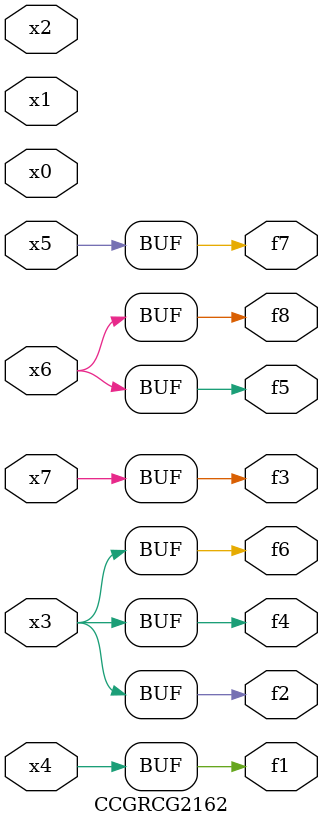
<source format=v>
module CCGRCG2162(
	input x0, x1, x2, x3, x4, x5, x6, x7,
	output f1, f2, f3, f4, f5, f6, f7, f8
);
	assign f1 = x4;
	assign f2 = x3;
	assign f3 = x7;
	assign f4 = x3;
	assign f5 = x6;
	assign f6 = x3;
	assign f7 = x5;
	assign f8 = x6;
endmodule

</source>
